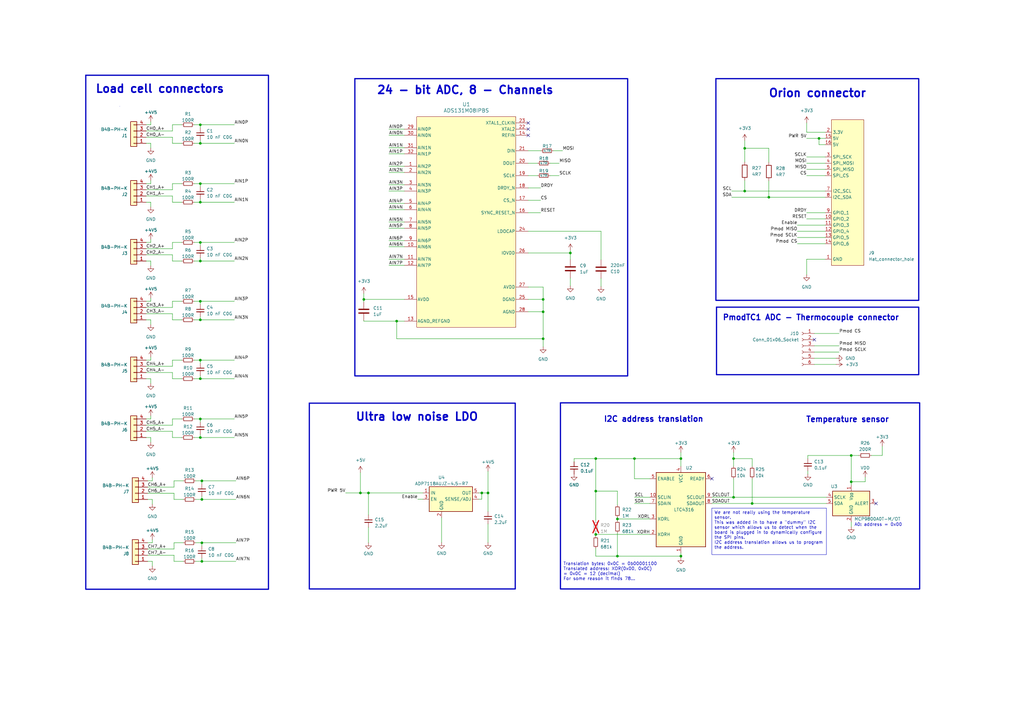
<source format=kicad_sch>
(kicad_sch (version 20230121) (generator eeschema)
  (paper "A3")
  (junction (at 349.123 186.817))
  (junction (at 315.341 80.899))
  (junction (at 82.169 51.181))
  (junction (at 147.828 202.184))
  (junction (at 149.225 122.809))
  (junction (at 300.863 188.087))
  (junction (at 200.152 202.184))
  (junction (at 197.612 202.184))
  (junction (at 300.863 203.962))
  (junction (at 222.758 127.889))
  (junction (at 222.758 122.809))
  (junction (at 82.169 155.321))
  (junction (at 244.348 201.422))
  (junction (at 308.483 206.502))
  (junction (at 82.804 204.851))
  (junction (at 244.348 188.087))
  (junction (at 82.169 82.931))
  (junction (at 279.273 188.087))
  (junction (at 82.804 197.231))
  (junction (at 335.915 56.769))
  (junction (at 260.223 188.087))
  (junction (at 82.169 107.061))
  (junction (at 82.169 179.451))
  (junction (at 151.13 202.184))
  (junction (at 82.804 230.251))
  (junction (at 253.238 212.852))
  (junction (at 233.934 103.759))
  (junction (at 305.435 60.833))
  (junction (at 82.804 222.631))
  (junction (at 82.169 58.801))
  (junction (at 82.169 99.441))
  (junction (at 82.169 123.571))
  (junction (at 222.758 138.938))
  (junction (at 244.348 219.202))
  (junction (at 253.238 228.092))
  (junction (at 82.169 147.701))
  (junction (at 279.273 228.092))
  (junction (at 82.169 75.311))
  (junction (at 162.687 131.699))
  (junction (at 305.435 78.359))
  (junction (at 349.123 197.612))
  (junction (at 82.169 131.191))
  (junction (at 82.169 171.831))
  (no_connect (at 216.662 55.499))
  (no_connect (at 359.283 206.502))
  (no_connect (at 334.01 139.319))
  (no_connect (at 216.662 50.419))
  (no_connect (at 216.662 52.959))
  (no_connect (at 291.973 196.342))
  (wire (pts (xy 216.662 61.849) (xy 221.869 61.849)))
  (wire (pts (xy 70.739 126.111) (xy 59.944 126.111)))
  (wire (pts (xy 338.455 66.929) (xy 330.835 66.929)))
  (wire (pts (xy 159.512 78.359) (xy 165.862 78.359)))
  (wire (pts (xy 71.374 227.711) (xy 60.579 227.711)))
  (wire (pts (xy 222.758 138.938) (xy 222.758 127.889)))
  (wire (pts (xy 338.455 106.299) (xy 330.835 106.299)))
  (wire (pts (xy 200.152 193.294) (xy 200.152 202.184)))
  (wire (pts (xy 244.348 188.087) (xy 260.223 188.087)))
  (wire (pts (xy 70.739 128.651) (xy 59.944 128.651)))
  (wire (pts (xy 335.915 59.309) (xy 335.915 56.769)))
  (wire (pts (xy 147.828 202.184) (xy 147.828 193.802)))
  (wire (pts (xy 82.169 155.321) (xy 96.139 155.321)))
  (wire (pts (xy 331.343 186.817) (xy 331.343 188.087)))
  (wire (pts (xy 82.169 58.801) (xy 96.139 58.801)))
  (wire (pts (xy 61.849 99.441) (xy 59.944 99.441)))
  (wire (pts (xy 71.374 225.171) (xy 60.579 225.171)))
  (wire (pts (xy 260.223 196.342) (xy 266.573 196.342)))
  (wire (pts (xy 61.849 133.096) (xy 61.849 131.191)))
  (wire (pts (xy 342.9 146.939) (xy 334.01 146.939)))
  (wire (pts (xy 70.739 51.181) (xy 74.549 51.181)))
  (wire (pts (xy 344.17 136.779) (xy 334.01 136.779)))
  (wire (pts (xy 80.264 204.851) (xy 82.804 204.851)))
  (wire (pts (xy 222.758 142.24) (xy 222.758 138.938)))
  (wire (pts (xy 71.374 227.711) (xy 71.374 230.251)))
  (wire (pts (xy 70.739 126.111) (xy 70.739 123.571)))
  (wire (pts (xy 246.507 94.869) (xy 216.662 94.869)))
  (wire (pts (xy 305.435 57.658) (xy 305.435 60.833)))
  (wire (pts (xy 149.225 122.809) (xy 165.862 122.809)))
  (wire (pts (xy 61.849 74.041) (xy 61.849 75.311)))
  (wire (pts (xy 235.458 188.087) (xy 244.348 188.087)))
  (wire (pts (xy 338.455 64.389) (xy 330.835 64.389)))
  (wire (pts (xy 82.804 204.851) (xy 82.804 203.581)))
  (wire (pts (xy 82.169 179.451) (xy 82.169 178.181)))
  (wire (pts (xy 279.273 228.092) (xy 279.273 226.822)))
  (wire (pts (xy 197.612 202.184) (xy 200.152 202.184)))
  (wire (pts (xy 61.849 157.226) (xy 61.849 155.321)))
  (wire (pts (xy 233.934 102.616) (xy 233.934 103.759)))
  (wire (pts (xy 82.804 197.231) (xy 80.264 197.231)))
  (wire (pts (xy 338.963 206.502) (xy 308.483 206.502)))
  (wire (pts (xy 70.739 174.371) (xy 70.739 171.831)))
  (wire (pts (xy 70.739 99.441) (xy 74.549 99.441)))
  (wire (pts (xy 315.341 66.548) (xy 315.341 60.833)))
  (wire (pts (xy 82.804 222.631) (xy 80.264 222.631)))
  (wire (pts (xy 82.169 100.711) (xy 82.169 99.441)))
  (wire (pts (xy 82.804 197.231) (xy 96.774 197.231)))
  (wire (pts (xy 338.455 54.229) (xy 330.835 54.229)))
  (wire (pts (xy 82.169 75.311) (xy 96.139 75.311)))
  (wire (pts (xy 61.849 82.931) (xy 59.944 82.931)))
  (wire (pts (xy 82.169 148.971) (xy 82.169 147.701)))
  (wire (pts (xy 244.348 188.087) (xy 244.348 201.422)))
  (wire (pts (xy 79.629 179.451) (xy 82.169 179.451)))
  (wire (pts (xy 71.374 202.311) (xy 71.374 204.851)))
  (wire (pts (xy 82.169 124.841) (xy 82.169 123.571)))
  (wire (pts (xy 70.739 107.061) (xy 74.549 107.061)))
  (wire (pts (xy 197.612 204.724) (xy 197.612 202.184)))
  (wire (pts (xy 62.484 221.361) (xy 62.484 222.631)))
  (wire (pts (xy 260.223 188.087) (xy 279.273 188.087)))
  (wire (pts (xy 226.949 61.849) (xy 230.759 61.849)))
  (wire (pts (xy 305.435 78.359) (xy 338.455 78.359)))
  (wire (pts (xy 344.17 144.399) (xy 334.01 144.399)))
  (wire (pts (xy 82.804 222.631) (xy 96.774 222.631)))
  (wire (pts (xy 200.152 214.884) (xy 200.152 222.504)))
  (wire (pts (xy 253.238 212.852) (xy 253.238 213.487)))
  (wire (pts (xy 82.169 171.831) (xy 96.139 171.831)))
  (wire (pts (xy 61.849 122.301) (xy 61.849 123.571)))
  (wire (pts (xy 70.739 176.911) (xy 70.739 179.451)))
  (wire (pts (xy 354.838 195.707) (xy 354.838 197.612)))
  (wire (pts (xy 216.662 117.729) (xy 222.758 117.729)))
  (wire (pts (xy 216.662 77.089) (xy 221.742 77.089)))
  (wire (pts (xy 305.435 74.041) (xy 305.435 78.359)))
  (wire (pts (xy 159.512 101.219) (xy 165.862 101.219)))
  (wire (pts (xy 305.435 60.833) (xy 305.435 66.421)))
  (wire (pts (xy 82.169 75.311) (xy 79.629 75.311)))
  (wire (pts (xy 82.804 223.901) (xy 82.804 222.631)))
  (wire (pts (xy 61.849 181.356) (xy 61.849 179.451)))
  (wire (pts (xy 253.238 212.852) (xy 266.573 212.852)))
  (wire (pts (xy 70.739 123.571) (xy 74.549 123.571)))
  (wire (pts (xy 71.374 197.231) (xy 75.184 197.231)))
  (wire (pts (xy 233.934 103.759) (xy 233.934 106.426)))
  (wire (pts (xy 244.348 213.487) (xy 244.348 201.422)))
  (wire (pts (xy 244.348 218.567) (xy 244.348 219.202)))
  (wire (pts (xy 327.025 99.949) (xy 338.455 99.949)))
  (wire (pts (xy 308.483 196.342) (xy 308.483 206.502)))
  (wire (pts (xy 331.343 186.817) (xy 349.123 186.817)))
  (wire (pts (xy 70.739 53.721) (xy 70.739 51.181)))
  (wire (pts (xy 260.223 203.962) (xy 266.573 203.962)))
  (wire (pts (xy 82.169 52.451) (xy 82.169 51.181)))
  (wire (pts (xy 344.17 141.859) (xy 334.01 141.859)))
  (wire (pts (xy 315.341 80.899) (xy 338.455 80.899)))
  (wire (pts (xy 225.552 72.009) (xy 229.362 72.009)))
  (wire (pts (xy 62.484 232.156) (xy 62.484 230.251)))
  (wire (pts (xy 82.169 58.801) (xy 82.169 57.531)))
  (wire (pts (xy 62.484 195.961) (xy 62.484 197.231)))
  (wire (pts (xy 300.863 188.087) (xy 300.863 185.547)))
  (wire (pts (xy 82.804 198.501) (xy 82.804 197.231)))
  (wire (pts (xy 82.169 76.581) (xy 82.169 75.311)))
  (wire (pts (xy 200.152 202.184) (xy 200.152 209.804)))
  (wire (pts (xy 159.512 52.959) (xy 165.862 52.959)))
  (wire (pts (xy 260.223 188.087) (xy 260.223 196.342)))
  (wire (pts (xy 70.739 155.321) (xy 74.549 155.321)))
  (wire (pts (xy 61.849 179.451) (xy 59.944 179.451)))
  (wire (pts (xy 82.169 99.441) (xy 79.629 99.441)))
  (wire (pts (xy 291.973 203.962) (xy 300.863 203.962)))
  (wire (pts (xy 253.238 228.092) (xy 244.348 228.092)))
  (wire (pts (xy 71.374 202.311) (xy 60.579 202.311)))
  (wire (pts (xy 79.629 107.061) (xy 82.169 107.061)))
  (wire (pts (xy 82.169 155.321) (xy 82.169 154.051)))
  (wire (pts (xy 246.507 94.869) (xy 246.507 106.553)))
  (wire (pts (xy 61.849 75.311) (xy 59.944 75.311)))
  (wire (pts (xy 70.739 80.391) (xy 59.944 80.391)))
  (wire (pts (xy 327.025 94.869) (xy 338.455 94.869)))
  (wire (pts (xy 354.838 197.612) (xy 349.123 197.612)))
  (wire (pts (xy 162.687 131.699) (xy 162.687 138.938)))
  (wire (pts (xy 181.102 212.344) (xy 181.102 222.504)))
  (wire (pts (xy 253.238 212.217) (xy 253.238 212.852)))
  (wire (pts (xy 196.342 204.724) (xy 197.612 204.724)))
  (wire (pts (xy 315.341 74.168) (xy 315.341 80.899)))
  (wire (pts (xy 82.169 107.061) (xy 96.139 107.061)))
  (wire (pts (xy 222.758 117.729) (xy 222.758 122.809)))
  (wire (pts (xy 70.739 77.851) (xy 70.739 75.311)))
  (wire (pts (xy 82.169 123.571) (xy 96.139 123.571)))
  (wire (pts (xy 70.739 150.241) (xy 59.944 150.241)))
  (wire (pts (xy 70.739 75.311) (xy 74.549 75.311)))
  (wire (pts (xy 330.835 106.299) (xy 330.835 112.649)))
  (wire (pts (xy 82.169 51.181) (xy 96.139 51.181)))
  (wire (pts (xy 327.025 97.409) (xy 338.455 97.409)))
  (wire (pts (xy 61.849 84.836) (xy 61.849 82.931)))
  (wire (pts (xy 70.739 104.521) (xy 70.739 107.061)))
  (wire (pts (xy 70.739 82.931) (xy 74.549 82.931)))
  (wire (pts (xy 244.348 219.202) (xy 266.573 219.202)))
  (wire (pts (xy 70.739 80.391) (xy 70.739 82.931)))
  (wire (pts (xy 61.849 108.966) (xy 61.849 107.061)))
  (wire (pts (xy 233.934 114.046) (xy 233.934 117.221)))
  (wire (pts (xy 82.169 82.931) (xy 96.139 82.931)))
  (wire (pts (xy 159.512 83.439) (xy 165.862 83.439)))
  (wire (pts (xy 141.732 202.184) (xy 147.828 202.184)))
  (wire (pts (xy 253.238 228.092) (xy 279.273 228.092)))
  (wire (pts (xy 349.123 216.027) (xy 349.123 214.122)))
  (wire (pts (xy 315.341 60.833) (xy 305.435 60.833)))
  (wire (pts (xy 82.169 123.571) (xy 79.629 123.571)))
  (wire (pts (xy 79.629 155.321) (xy 82.169 155.321)))
  (wire (pts (xy 159.512 85.979) (xy 165.862 85.979)))
  (wire (pts (xy 338.455 69.469) (xy 330.835 69.469)))
  (wire (pts (xy 61.849 146.431) (xy 61.849 147.701)))
  (wire (pts (xy 330.835 56.769) (xy 335.915 56.769)))
  (wire (pts (xy 331.343 194.437) (xy 331.343 193.167)))
  (wire (pts (xy 79.629 82.931) (xy 82.169 82.931)))
  (wire (pts (xy 149.225 131.699) (xy 162.687 131.699)))
  (wire (pts (xy 338.963 203.962) (xy 300.863 203.962)))
  (wire (pts (xy 62.484 222.631) (xy 60.579 222.631)))
  (wire (pts (xy 82.804 230.251) (xy 96.774 230.251)))
  (wire (pts (xy 361.823 186.817) (xy 357.378 186.817)))
  (wire (pts (xy 159.512 106.299) (xy 165.862 106.299)))
  (wire (pts (xy 82.169 99.441) (xy 96.139 99.441)))
  (wire (pts (xy 244.348 219.202) (xy 244.348 219.837)))
  (wire (pts (xy 173.482 204.724) (xy 171.323 204.724)))
  (wire (pts (xy 70.739 104.521) (xy 59.944 104.521)))
  (wire (pts (xy 300.101 78.359) (xy 305.435 78.359)))
  (wire (pts (xy 159.512 60.579) (xy 165.862 60.579)))
  (wire (pts (xy 62.484 206.756) (xy 62.484 204.851)))
  (wire (pts (xy 253.238 218.567) (xy 253.238 228.092)))
  (wire (pts (xy 70.739 128.651) (xy 70.739 131.191)))
  (wire (pts (xy 349.123 197.612) (xy 349.123 198.882)))
  (wire (pts (xy 70.739 101.981) (xy 59.944 101.981)))
  (wire (pts (xy 82.169 147.701) (xy 79.629 147.701)))
  (wire (pts (xy 61.849 131.191) (xy 59.944 131.191)))
  (wire (pts (xy 159.512 68.199) (xy 165.862 68.199)))
  (wire (pts (xy 159.512 55.499) (xy 165.862 55.499)))
  (wire (pts (xy 338.455 89.789) (xy 330.835 89.789)))
  (wire (pts (xy 61.849 171.831) (xy 59.944 171.831)))
  (wire (pts (xy 70.739 179.451) (xy 74.549 179.451)))
  (wire (pts (xy 159.512 91.059) (xy 165.862 91.059)))
  (wire (pts (xy 159.512 108.839) (xy 165.862 108.839)))
  (wire (pts (xy 335.915 56.769) (xy 338.455 56.769)))
  (wire (pts (xy 361.823 183.007) (xy 361.823 186.817)))
  (wire (pts (xy 244.348 201.422) (xy 253.238 201.422)))
  (wire (pts (xy 159.512 93.599) (xy 165.862 93.599)))
  (wire (pts (xy 82.169 107.061) (xy 82.169 105.791)))
  (wire (pts (xy 79.629 131.191) (xy 82.169 131.191)))
  (wire (pts (xy 71.374 204.851) (xy 75.184 204.851)))
  (wire (pts (xy 82.169 51.181) (xy 79.629 51.181)))
  (wire (pts (xy 330.835 54.229) (xy 330.835 50.419)))
  (wire (pts (xy 327.025 92.329) (xy 338.455 92.329)))
  (wire (pts (xy 162.687 138.938) (xy 222.758 138.938)))
  (wire (pts (xy 159.512 98.679) (xy 165.862 98.679)))
  (wire (pts (xy 225.552 66.929) (xy 229.362 66.929)))
  (wire (pts (xy 61.849 49.911) (xy 61.849 51.181)))
  (wire (pts (xy 61.849 98.171) (xy 61.849 99.441)))
  (wire (pts (xy 151.13 216.281) (xy 151.13 222.631)))
  (wire (pts (xy 342.9 149.479) (xy 334.01 149.479)))
  (wire (pts (xy 70.739 77.851) (xy 59.944 77.851)))
  (wire (pts (xy 291.973 206.502) (xy 308.483 206.502)))
  (wire (pts (xy 82.169 131.191) (xy 96.139 131.191)))
  (wire (pts (xy 159.512 70.739) (xy 165.862 70.739)))
  (wire (pts (xy 216.662 72.009) (xy 220.472 72.009)))
  (wire (pts (xy 222.758 127.889) (xy 216.662 127.889)))
  (wire (pts (xy 82.169 131.191) (xy 82.169 129.921)))
  (wire (pts (xy 300.863 188.087) (xy 300.863 191.262)))
  (wire (pts (xy 338.455 87.249) (xy 330.835 87.249)))
  (wire (pts (xy 62.484 204.851) (xy 60.579 204.851)))
  (wire (pts (xy 235.458 188.087) (xy 235.458 189.357)))
  (wire (pts (xy 246.507 114.173) (xy 246.507 117.475)))
  (wire (pts (xy 62.484 197.231) (xy 60.579 197.231)))
  (wire (pts (xy 70.739 101.981) (xy 70.739 99.441)))
  (wire (pts (xy 70.739 174.371) (xy 59.944 174.371)))
  (wire (pts (xy 82.804 230.251) (xy 82.804 228.981)))
  (wire (pts (xy 260.223 206.502) (xy 266.573 206.502)))
  (wire (pts (xy 70.739 176.911) (xy 59.944 176.911)))
  (wire (pts (xy 300.101 80.899) (xy 315.341 80.899)))
  (wire (pts (xy 82.804 204.851) (xy 96.774 204.851)))
  (wire (pts (xy 149.225 131.445) (xy 149.225 131.699)))
  (wire (pts (xy 279.273 188.087) (xy 279.273 191.262)))
  (wire (pts (xy 216.662 66.929) (xy 220.472 66.929)))
  (wire (pts (xy 196.342 202.184) (xy 197.612 202.184)))
  (wire (pts (xy 61.849 147.701) (xy 59.944 147.701)))
  (wire (pts (xy 71.374 199.771) (xy 71.374 197.231)))
  (wire (pts (xy 300.863 188.087) (xy 308.483 188.087)))
  (wire (pts (xy 61.849 60.706) (xy 61.849 58.801)))
  (wire (pts (xy 82.169 171.831) (xy 79.629 171.831)))
  (wire (pts (xy 80.264 230.251) (xy 82.804 230.251)))
  (wire (pts (xy 82.169 173.101) (xy 82.169 171.831)))
  (wire (pts (xy 70.739 171.831) (xy 74.549 171.831)))
  (wire (pts (xy 216.662 103.759) (xy 233.934 103.759)))
  (wire (pts (xy 79.629 58.801) (xy 82.169 58.801)))
  (wire (pts (xy 216.662 87.249) (xy 221.742 87.249)))
  (wire (pts (xy 149.225 120.396) (xy 149.225 122.809)))
  (wire (pts (xy 61.849 107.061) (xy 59.944 107.061)))
  (wire (pts (xy 159.512 75.819) (xy 165.862 75.819)))
  (wire (pts (xy 222.758 122.809) (xy 216.662 122.809)))
  (wire (pts (xy 70.739 152.781) (xy 70.739 155.321)))
  (wire (pts (xy 61.849 170.561) (xy 61.849 171.831)))
  (wire (pts (xy 222.758 127.889) (xy 222.758 122.809)))
  (wire (pts (xy 70.739 150.241) (xy 70.739 147.701)))
  (wire (pts (xy 349.123 186.817) (xy 349.123 197.612)))
  (wire (pts (xy 216.662 82.169) (xy 221.742 82.169)))
  (wire (pts (xy 279.273 228.727) (xy 279.273 228.092)))
  (wire (pts (xy 71.374 222.631) (xy 75.184 222.631)))
  (wire (pts (xy 70.739 152.781) (xy 59.944 152.781)))
  (wire (pts (xy 159.512 63.119) (xy 165.862 63.119)))
  (wire (pts (xy 82.169 179.451) (xy 96.139 179.451)))
  (wire (pts (xy 62.484 230.251) (xy 60.579 230.251)))
  (wire (pts (xy 82.169 82.931) (xy 82.169 81.661)))
  (wire (pts (xy 71.374 225.171) (xy 71.374 222.631)))
  (wire (pts (xy 82.169 147.701) (xy 96.139 147.701)))
  (wire (pts (xy 70.739 56.261) (xy 59.944 56.261)))
  (wire (pts (xy 349.123 186.817) (xy 352.298 186.817)))
  (wire (pts (xy 61.849 123.571) (xy 59.944 123.571)))
  (wire (pts (xy 300.863 196.342) (xy 300.863 203.962)))
  (wire (pts (xy 308.483 188.087) (xy 308.483 191.262)))
  (wire (pts (xy 70.739 131.191) (xy 74.549 131.191)))
  (wire (pts (xy 61.849 58.801) (xy 59.944 58.801)))
  (wire (pts (xy 338.455 59.309) (xy 335.915 59.309)))
  (wire (pts (xy 338.455 72.009) (xy 330.835 72.009)))
  (wire (pts (xy 70.739 147.701) (xy 74.549 147.701)))
  (wire (pts (xy 61.849 51.181) (xy 59.944 51.181)))
  (wire (pts (xy 70.739 53.721) (xy 59.944 53.721)))
  (wire (pts (xy 70.739 58.801) (xy 74.549 58.801)))
  (wire (pts (xy 70.739 56.261) (xy 70.739 58.801)))
  (wire (pts (xy 151.13 202.184) (xy 173.482 202.184)))
  (wire (pts (xy 61.849 155.321) (xy 59.944 155.321)))
  (wire (pts (xy 147.828 202.184) (xy 151.13 202.184)))
  (wire (pts (xy 253.238 207.137) (xy 253.238 201.422)))
  (wire (pts (xy 162.687 131.699) (xy 165.862 131.699)))
  (wire (pts (xy 279.273 185.547) (xy 279.273 188.087)))
  (wire (pts (xy 149.225 122.809) (xy 149.225 123.825)))
  (wire (pts (xy 151.13 202.184) (xy 151.13 211.201)))
  (wire (pts (xy 244.348 228.092) (xy 244.348 224.917)))
  (wire (pts (xy 71.374 199.771) (xy 60.579 199.771)))
  (wire (pts (xy 71.374 230.251) (xy 75.184 230.251)))
  (rectangle (start 145.542 32.258) (end 257.429 154.178) (stroke (width 0.5)))
  (rectangle (start 293.878 125.984) (end 376.809 153.67) (stroke (width 0.5)))
  (rectangle (start 35.179 30.861) (end 110.109 241.681) (stroke (width 0.5)))
  (rectangle (start 229.87 165.227) (end 377.19 241.554) (stroke (width 0.5)))
  (rectangle (start 293.624 32.258) (end 376.809 123.19) (stroke (width 0.5)))
  (rectangle (start 49.149 43.561) (end 49.149 43.561))
  (rectangle (start 126.873 165.354) (end 211.328 241.554) (stroke (width 0.5)))
  (text_box "We are not really using the temperature sensor.\nThis was added in to have a \"dummy\" I2C sensor which allows us to detect when the board is plugged in to dynamically configure the SPI pins.\nI2C address translation allows us to program the address." (at 291.973 208.407 0) (size 46.99 19.05) (effects (font (size 1.27 1.27)) (justify left top)))
  (text "Load cell connectors" (at 38.989 38.481 0) (effects (font (size 3.27 3.27) (thickness 0.654) bold) (justify left bottom)))
  (text "Translation bytes: 0x0C = 0b00001100\nTranslated address: XOR(0x00, 0x0C) \n= 0x0C = 12 (decimal)\nFor some reason it finds 78..." (at 231.013 238.252 0) (effects (font (size 1.27 1.27)) (justify left bottom)))
  (text "Temperature sensor" (at 330.454 173.482 0) (effects (font (size 2.27 2.27) bold) (justify left bottom)))
  (text "24 - bit ADC, 8 - Channels" (at 154.432 38.989 0) (effects (font (size 3.27 3.27) (thickness 0.654) bold) (justify left bottom)))
  (text "A0: address = 0x00" (at 350.393 216.027 0) (effects (font (size 1.27 1.27)) (justify left bottom)))
  (text "I2C address translation" (at 247.523 173.355 0) (effects (font (size 2.27 2.27) bold) (justify left bottom)))
  (text "PmodTC1 ADC - Thermocouple connector" (at 296.291 131.699 0) (effects (font (size 2.27 2.27) bold) (justify left bottom)))
  (text "Ultra low noise LDO\n" (at 145.669 172.974 0) (effects (font (size 3.27 3.27) bold) (justify left bottom)))
  (text "Orion connector" (at 315.087 40.259 0) (effects (font (size 3.27 3.27) bold) (justify left bottom)))
  (label "CH4_A+" (at 59.944 150.241 0))
  (label "AIN1N" (at 159.512 60.579 0))
  (label "MOSI" (at 330.835 66.929 180))
  (label "CH6_A-" (at 60.579 202.311 0))
  (label "CH0_A+" (at 59.944 53.721 0))
  (label "CH6_A+" (at 60.579 199.771 0))
  (label "RESET" (at 221.742 87.249 0))
  (label "SCLK" (at 229.362 72.009 0))
  (label "SCLOUT" (at 291.973 203.962 0))
  (label "Pmod CS" (at 327.025 99.949 180))
  (label "CH5_A-" (at 59.944 176.911 0))
  (label "AIN2N" (at 159.512 70.739 0))
  (label "AIN5P" (at 159.512 93.599 0))
  (label "AIN6P" (at 96.774 197.231 0))
  (label "AIN4P" (at 159.512 83.439 0))
  (label "PWR 5V" (at 141.732 202.184 180))
  (label "CH0_A-" (at 59.944 56.261 0))
  (label "AIN6N" (at 96.774 204.851 0))
  (label "CH5_A+" (at 59.944 174.371 0))
  (label "AIN1P" (at 96.139 75.311 0))
  (label "AIN2P" (at 96.139 99.441 0))
  (label "AIN3P" (at 159.512 78.359 0))
  (label "SDAOUT" (at 291.973 206.502 0))
  (label "DRDY" (at 330.835 87.249 180))
  (label "AIN7N" (at 96.774 230.251 0))
  (label "AIN5P" (at 96.139 171.831 0))
  (label "XORL" (at 266.573 212.852 180))
  (label "MOSI" (at 230.759 61.849 0))
  (label "AIN4N" (at 96.139 155.321 0))
  (label "AIN1P" (at 159.512 63.119 0))
  (label "Pmod MISO" (at 327.025 94.869 180))
  (label "CH3_A+" (at 59.944 126.111 0))
  (label "CH1_A+" (at 59.944 77.851 0))
  (label "CH7_A-" (at 60.579 227.711 0))
  (label "AIN7P" (at 96.774 222.631 0))
  (label "AIN2N" (at 96.139 107.061 0))
  (label "SDA" (at 300.101 80.899 180))
  (label "SCL" (at 300.101 78.359 180))
  (label "SCL" (at 260.223 203.962 0))
  (label "DRDY" (at 221.742 77.089 0))
  (label "AIN7P" (at 159.512 108.839 0))
  (label "AIN0P" (at 159.512 52.959 0))
  (label "SDA" (at 260.223 206.502 0))
  (label "AIN3N" (at 159.512 75.819 0))
  (label "AIN2P" (at 159.512 68.199 0))
  (label "AIN0N" (at 159.512 55.499 0))
  (label "CH3_A-" (at 59.944 128.651 0))
  (label "Pmod SCLK" (at 344.17 144.399 0))
  (label "AIN4N" (at 159.512 85.979 0))
  (label "Enable" (at 171.323 204.724 180))
  (label "AIN0N" (at 96.139 58.801 0))
  (label "PWR 5V" (at 330.835 56.769 180))
  (label "CH1_A-" (at 59.944 80.391 0))
  (label "RESET" (at 330.835 89.789 180))
  (label "AIN5N" (at 96.139 179.451 0))
  (label "SCLK" (at 330.835 64.389 180))
  (label "AIN4P" (at 96.139 147.701 0))
  (label "Pmod SCLK" (at 327.025 97.409 180))
  (label "CH2_A-" (at 59.944 104.521 0))
  (label "CS" (at 221.742 82.169 0))
  (label "AIN5N" (at 159.512 91.059 0))
  (label "MISO" (at 229.362 66.929 0))
  (label "AIN3P" (at 96.139 123.571 0))
  (label "AIN7N" (at 159.512 106.299 0))
  (label "CH4_A-" (at 59.944 152.781 0))
  (label "AIN3N" (at 96.139 131.191 0))
  (label "XORH" (at 266.573 219.202 180))
  (label "CS" (at 330.835 72.009 180))
  (label "Pmod MISO" (at 344.17 141.859 0))
  (label "CH7_A+" (at 60.579 225.171 0))
  (label "AIN1N" (at 96.139 82.931 0))
  (label "AIN0P" (at 96.139 51.181 0))
  (label "CH2_A+" (at 59.944 101.981 0))
  (label "MISO" (at 330.835 69.469 180))
  (label "AIN6P" (at 159.512 98.679 0))
  (label "Pmod CS" (at 344.17 136.779 0))
  (label "AIN6N" (at 159.512 101.219 0))
  (label "Enable" (at 327.025 92.329 180))
  (symbol (lib_id "power:GND") (at 331.343 194.437 0) (mirror y) (unit 1)
    (property "Reference" "#PWR028" (effects hide))
    (property "Value" "GND" (at 331.343 198.882 0))
  )
  (symbol (lib_id "Device:R_Small") (at 253.238 216.027 0) (unit 1)
    (property "Reference" "R23" (at 255.143 215.392 0) (effects (justify left)))
    (property "Value" "681k" (at 255.143 217.932 0) (effects (justify left)))
    (property "Footprint" "Resistor_SMD:R_0603_1608Metric" (effects hide))
    (property "Datasheet" "https://www.yageo.com/upload/media/product/productsearch/datasheet/rchip/PYu-RC_Group_51_RoHS_L_12.pdf" (effects hide))
    (property "Digikey ref" "311-681KHRCT-ND" (effects hide))
    (property "Manufacturer ref" "RC0603FR-07681KL" (effects hide))
  )
  (symbol (lib_id "0_power_symbols:+4V5") (at 61.849 49.911 0) (unit 1) (in_bom no) (on_board no)
    (property "Reference" "#PWR01" (effects hide))
    (property "Value" "+4V5" (at 61.849 46.101 0))
  )
  (symbol (lib_id "power:GND") (at 330.835 112.649 0) (mirror y) (unit 1)
    (property "Reference" "#PWR021" (effects hide))
    (property "Value" "GND" (at 330.835 117.729 0))
  )
  (symbol (lib_id "Device:C_Small") (at 82.169 151.511 0) (unit 1)
    (property "Reference" "C5" (at 84.709 150.241 0) (effects (justify left)))
    (property "Value" "10 nF C0G" (at 84.7487 152.7873 0) (effects (justify left)))
    (property "Footprint" "Capacitor_SMD:C_0603_1608Metric" (effects hide))
    (property "Datasheet" "https://product.tdk.com/system/files/dam/doc/product/capacitor/ceramic/mlcc/catalog/mlcc_commercial_general_en.pdf" (effects hide))
    (property "Manufacturer ref" "C1608C0G1H103J080AA" (effects hide))
    (property "Digikey ref" "445-7404-1-ND" (effects hide))
  )
  (symbol (lib_id "Device:R_Small") (at 77.089 179.451 270) (mirror x) (unit 1)
    (property "Reference" "R12" (at 77.089 175.006 90))
    (property "Value" "100R" (at 77.089 177.546 90))
    (property "Footprint" "Resistor_SMD:R_0603_1608Metric" (effects hide))
    (property "Datasheet" "https://www.seielect.com/Catalog/SEI-RMCF_RMCP.pdf" (effects hide))
    (property "Digikey ref" "RMCF0603FT100RCT-ND" (effects hide))
    (property "Manufacturer ref" "RMCF0603FT100R" (effects hide))
  )
  (symbol (lib_id "power:GND") (at 61.849 181.356 0) (mirror y) (unit 1)
    (property "Reference" "#PWR012" (effects hide))
    (property "Value" "GND" (at 61.849 186.436 0))
  )
  (symbol (lib_id "0_power_symbols:+4V5") (at 61.849 122.301 0) (unit 1) (in_bom no) (on_board no)
    (property "Reference" "#PWR07" (effects hide))
    (property "Value" "+4V5" (at 61.849 118.491 0))
  )
  (symbol (lib_id "0_power_symbols:+4V5") (at 61.849 170.561 0) (unit 1) (in_bom no) (on_board no)
    (property "Reference" "#PWR011" (effects hide))
    (property "Value" "+4V5" (at 61.849 166.751 0))
  )
  (symbol (lib_id "power:GND") (at 279.273 228.727 0) (unit 1)
    (property "Reference" "#PWR026" (effects hide))
    (property "Value" "GND" (at 279.273 233.807 0))
  )
  (symbol (lib_id "Connector_Generic:Conn_01x04") (at 54.864 104.521 180) (unit 1)
    (property "Reference" "J3" (at 52.324 103.886 0) (effects (justify left)))
    (property "Value" "B4B-PH-K" (at 52.324 101.346 0) (effects (justify left)))
    (property "Footprint" "Connector_JST:JST_PH_B4B-PH-K_1x04_P2.00mm_Vertical" (effects hide))
    (property "Datasheet" "https://www.jst-mfg.com/product/pdf/eng/ePH.pdf" (effects hide))
    (property "Manufacturer ref" "B4B-PH-K" (effects hide))
    (property "Digikey ref" "455-B4B-PH-K-ND" (effects hide))
  )
  (symbol (lib_id "Device:R_Small") (at 77.089 171.831 270) (mirror x) (unit 1)
    (property "Reference" "R11" (at 77.089 167.386 90))
    (property "Value" "100R" (at 77.089 169.926 90))
    (property "Footprint" "Resistor_SMD:R_0603_1608Metric" (effects hide))
    (property "Datasheet" "https://www.seielect.com/Catalog/SEI-RMCF_RMCP.pdf" (effects hide))
    (property "Digikey ref" "RMCF0603FT100RCT-ND" (effects hide))
    (property "Manufacturer ref" "RMCF0603FT100R" (effects hide))
  )
  (symbol (lib_id "power:GND") (at 200.152 222.504 0) (mirror y) (unit 1)
    (property "Reference" "#PWR032" (effects hide))
    (property "Value" "GND" (at 200.152 226.949 0))
  )
  (symbol (lib_id "power:GND") (at 246.507 117.475 0) (unit 1)
    (property "Reference" "#PWR022" (effects hide))
    (property "Value" "GND" (at 246.507 122.555 0))
  )
  (symbol (lib_id "Connector_Generic:Conn_01x04") (at 54.864 176.911 180) (unit 1)
    (property "Reference" "J6" (at 52.324 176.276 0) (effects (justify left)))
    (property "Value" "B4B-PH-K" (at 52.324 173.736 0) (effects (justify left)))
    (property "Footprint" "Connector_JST:JST_PH_B4B-PH-K_1x04_P2.00mm_Vertical" (effects hide))
    (property "Datasheet" "https://www.jst-mfg.com/product/pdf/eng/ePH.pdf" (effects hide))
    (property "Manufacturer ref" "B4B-PH-K" (effects hide))
    (property "Digikey ref" "455-B4B-PH-K-ND" (effects hide))
  )
  (symbol (lib_id "Device:R_Small") (at 77.089 58.801 270) (mirror x) (unit 1)
    (property "Reference" "R2" (at 77.089 54.356 90))
    (property "Value" "100R" (at 77.089 56.896 90))
    (property "Footprint" "Resistor_SMD:R_0603_1608Metric" (effects hide))
    (property "Datasheet" "https://www.seielect.com/Catalog/SEI-RMCF_RMCP.pdf" (effects hide))
    (property "Digikey ref" "RMCF0603FT100RCT-ND" (effects hide))
    (property "Manufacturer ref" "RMCF0603FT100R" (effects hide))
  )
  (symbol (lib_id "Device:R_Small") (at 308.483 193.802 0) (unit 1)
    (property "Reference" "R25" (at 309.753 192.532 0) (effects (justify left)))
    (property "Value" "10k" (at 309.753 195.072 0) (effects (justify left)))
    (property "Footprint" "Resistor_SMD:R_0603_1608Metric" (effects hide))
    (property "Datasheet" "https://www.seielect.com/Catalog/SEI-RNCP.pdf" (effects hide))
    (property "Digikey ref" "RNCP0603FTD10K0CT-ND" (effects hide))
    (property "Manufacturer ref" "RNCP0603FTD10K0" (effects hide))
  )
  (symbol (lib_id "Device:C_Small") (at 200.152 212.344 0) (unit 1)
    (property "Reference" "C14" (at 202.692 211.7153 0) (effects (justify left)))
    (property "Value" "2.2uF" (at 202.692 214.2553 0) (effects (justify left)))
    (property "Footprint" "Capacitor_SMD:C_0603_1608Metric_Pad1.08x0.95mm_HandSolder" (effects hide))
    (property "Datasheet" "https://www.yuden.co.jp/productdata/catalog/mlcc06_e.pdf" (effects hide))
    (property "Digikey ref" "587-4320-1-ND" (effects hide))
    (property "Manufacturer ref" "UMK107BBJ225KA-T" (effects hide))
  )
  (symbol (lib_id "Device:R_Small") (at 77.724 197.231 270) (mirror x) (unit 1)
    (property "Reference" "R13" (at 77.724 192.786 90))
    (property "Value" "100R" (at 77.724 195.326 90))
    (property "Footprint" "Resistor_SMD:R_0603_1608Metric" (effects hide))
    (property "Datasheet" "https://www.seielect.com/Catalog/SEI-RMCF_RMCP.pdf" (effects hide))
    (property "Digikey ref" "RMCF0603FT100RCT-ND" (effects hide))
    (property "Manufacturer ref" "RMCF0603FT100R" (effects hide))
  )
  (symbol (lib_id "Device:R_Small") (at 223.012 66.929 90) (unit 1)
    (property "Reference" "R18" (at 223.012 65.024 90))
    (property "Value" "47R" (at 223.012 66.929 90) (effects (font (size 1.016 1.016))))
    (property "Footprint" "Resistor_SMD:R_0603_1608Metric" (effects hide))
    (property "Datasheet" "https://www.seielect.com/Catalog/SEI-RMCF_RMCP.pdf" (effects hide))
    (property "Digikey ref" "RMCF0603FT47R0CT-ND" (effects hide))
    (property "Manufacturer ref" "RMCF0603FT47R0" (effects hide))
  )
  (symbol (lib_id "Device:C_Small") (at 82.169 79.121 0) (unit 1)
    (property "Reference" "C2" (at 84.709 77.851 0) (effects (justify left)))
    (property "Value" "10 nF C0G" (at 84.7487 80.3973 0) (effects (justify left)))
    (property "Footprint" "Capacitor_SMD:C_0603_1608Metric" (effects hide))
    (property "Datasheet" "https://product.tdk.com/system/files/dam/doc/product/capacitor/ceramic/mlcc/catalog/mlcc_commercial_general_en.pdf" (effects hide))
    (property "Manufacturer ref" "C1608C0G1H103J080AA" (effects hide))
    (property "Digikey ref" "445-7404-1-ND" (effects hide))
  )
  (symbol (lib_id "power:+3V3") (at 342.9 149.479 270) (mirror x) (unit 1)
    (property "Reference" "#PWR037" (effects hide))
    (property "Value" "+3V3" (at 346.71 149.479 90) (effects (justify left)))
  )
  (symbol (lib_id "Device:R_Small") (at 354.838 186.817 90) (unit 1)
    (property "Reference" "R26" (at 354.838 181.737 90))
    (property "Value" "200R" (at 354.838 184.277 90))
    (property "Footprint" "Resistor_SMD:R_0603_1608Metric" (effects hide))
    (property "Datasheet" "https://fscdn.rohm.com/en/products/databook/datasheet/passive/resistor/chip_resistor/esr-e.pdf" (effects hide))
    (property "Digikey ref" "RHM200ADCT-ND" (effects hide))
    (property "Manufacturer ref" "ESR03EZPF2000" (effects hide))
  )
  (symbol (lib_id "0_regulator_linear:ADP7118AUJZ-4.5-R7") (at 181.102 204.724 0) (unit 1)
    (property "Reference" "U4" (at 181.102 195.834 0))
    (property "Value" "ADP7118AUJZ-4.5-R7" (at 181.102 198.374 0))
    (property "Footprint" "Package_TO_SOT_SMD:SOT-23-5" (effects hide))
    (property "Datasheet" "https://www.analog.com/media/en/technical-documentation/data-sheets/ADP7118.pdf" (effects hide))
    (property "Digikey ref" "505-ADP7118AUJZ-4.5-R7CT-ND" (effects hide))
    (property "Manufacturer ref" "ADP7118AUJZ-4.5-R7" (effects hide))
  )
  (symbol (lib_id "Device:R_Small") (at 77.089 155.321 270) (mirror x) (unit 1)
    (property "Reference" "R10" (at 77.089 150.876 90))
    (property "Value" "100R" (at 77.089 153.416 90))
    (property "Footprint" "Resistor_SMD:R_0603_1608Metric" (effects hide))
    (property "Datasheet" "https://www.seielect.com/Catalog/SEI-RMCF_RMCP.pdf" (effects hide))
    (property "Digikey ref" "RMCF0603FT100RCT-ND" (effects hide))
    (property "Manufacturer ref" "RMCF0603FT100R" (effects hide))
  )
  (symbol (lib_id "Device:C_Small") (at 82.804 201.041 0) (unit 1)
    (property "Reference" "C7" (at 85.344 199.771 0) (effects (justify left)))
    (property "Value" "10 nF C0G" (at 85.3837 202.3173 0) (effects (justify left)))
    (property "Footprint" "Capacitor_SMD:C_0603_1608Metric" (effects hide))
    (property "Datasheet" "https://product.tdk.com/system/files/dam/doc/product/capacitor/ceramic/mlcc/catalog/mlcc_commercial_general_en.pdf" (effects hide))
    (property "Manufacturer ref" "C1608C0G1H103J080AA" (effects hide))
    (property "Digikey ref" "445-7404-1-ND" (effects hide))
  )
  (symbol (lib_id "power:+3V3") (at 279.273 185.547 0) (mirror y) (unit 1)
    (property "Reference" "#PWR025" (effects hide))
    (property "Value" "+3V3" (at 279.273 181.737 0))
  )
  (symbol (lib_id "power:GND") (at 181.102 222.504 0) (mirror y) (unit 1)
    (property "Reference" "#PWR033" (effects hide))
    (property "Value" "GND" (at 181.102 226.949 0))
  )
  (symbol (lib_id "power:GND") (at 61.849 133.096 0) (mirror y) (unit 1)
    (property "Reference" "#PWR08" (effects hide))
    (property "Value" "GND" (at 61.849 138.176 0))
  )
  (symbol (lib_id "power:+3V3") (at 305.435 57.658 0) (mirror y) (unit 1)
    (property "Reference" "#PWR039" (effects hide))
    (property "Value" "+3V3" (at 305.435 52.578 0))
  )
  (symbol (lib_id "power:GND") (at 342.9 146.939 90) (mirror x) (unit 1)
    (property "Reference" "#PWR038" (effects hide))
    (property "Value" "GND" (at 346.71 146.939 90) (effects (justify right)))
  )
  (symbol (lib_id "Device:R_Small") (at 77.089 82.931 270) (mirror x) (unit 1)
    (property "Reference" "R4" (at 77.089 78.486 90))
    (property "Value" "100R" (at 77.089 81.026 90))
    (property "Footprint" "Resistor_SMD:R_0603_1608Metric" (effects hide))
    (property "Datasheet" "https://www.seielect.com/Catalog/SEI-RMCF_RMCP.pdf" (effects hide))
    (property "Digikey ref" "RMCF0603FT100RCT-ND" (effects hide))
    (property "Manufacturer ref" "RMCF0603FT100R" (effects hide))
  )
  (symbol (lib_id "Device:R_Small") (at 77.724 204.851 270) (mirror x) (unit 1)
    (property "Reference" "R14" (at 77.724 200.406 90))
    (property "Value" "100R" (at 77.724 202.946 90))
    (property "Footprint" "Resistor_SMD:R_0603_1608Metric" (effects hide))
    (property "Datasheet" "https://www.seielect.com/Catalog/SEI-RMCF_RMCP.pdf" (effects hide))
    (property "Digikey ref" "RMCF0603FT100RCT-ND" (effects hide))
    (property "Manufacturer ref" "RMCF0603FT100R" (effects hide))
  )
  (symbol (lib_id "Device:C_Small") (at 82.804 226.441 0) (unit 1)
    (property "Reference" "C8" (at 85.344 225.171 0) (effects (justify left)))
    (property "Value" "10 nF C0G" (at 85.3837 227.7173 0) (effects (justify left)))
    (property "Footprint" "Capacitor_SMD:C_0603_1608Metric" (effects hide))
    (property "Datasheet" "https://product.tdk.com/system/files/dam/doc/product/capacitor/ceramic/mlcc/catalog/mlcc_commercial_general_en.pdf" (effects hide))
    (property "Manufacturer ref" "C1608C0G1H103J080AA" (effects hide))
    (property "Digikey ref" "445-7404-1-ND" (effects hide))
  )
  (symbol (lib_id "Device:R_Small") (at 77.089 131.191 270) (mirror x) (unit 1)
    (property "Reference" "R8" (at 77.089 126.746 90))
    (property "Value" "100R" (at 77.089 129.286 90))
    (property "Footprint" "Resistor_SMD:R_0603_1608Metric" (effects hide))
    (property "Datasheet" "https://www.seielect.com/Catalog/SEI-RMCF_RMCP.pdf" (effects hide))
    (property "Digikey ref" "RMCF0603FT100RCT-ND" (effects hide))
    (property "Manufacturer ref" "RMCF0603FT100R" (effects hide))
  )
  (symbol (lib_id "Device:R_Small") (at 77.089 99.441 270) (mirror x) (unit 1)
    (property "Reference" "R5" (at 77.089 94.996 90))
    (property "Value" "100R" (at 77.089 97.536 90))
    (property "Footprint" "Resistor_SMD:R_0603_1608Metric" (effects hide))
    (property "Datasheet" "https://www.seielect.com/Catalog/SEI-RMCF_RMCP.pdf" (effects hide))
    (property "Digikey ref" "RMCF0603FT100RCT-ND" (effects hide))
    (property "Manufacturer ref" "RMCF0603FT100R" (effects hide))
  )
  (symbol (lib_id "0_power_symbols:+4V5") (at 61.849 146.431 0) (unit 1) (in_bom no) (on_board no)
    (property "Reference" "#PWR09" (effects hide))
    (property "Value" "+4V5" (at 61.849 142.621 0))
  )
  (symbol (lib_id "Device:C_Small") (at 331.343 190.627 0) (unit 1)
    (property "Reference" "C13" (at 333.883 189.357 0) (effects (justify left)))
    (property "Value" "0.1uF" (at 333.9227 191.9033 0) (effects (justify left)))
    (property "Footprint" "Capacitor_SMD:C_0603_1608Metric" (effects hide))
    (property "Datasheet" "https://www.mouser.ch/datasheet/2/40/KGM_X7R-3223212.pdf" (effects hide))
    (property "Manufacturer ref" "06035C104JAT2A" (effects hide))
    (property "Digikey ref" "478-KGM15BR71H104JTCT-ND" (effects hide))
  )
  (symbol (lib_id "Device:R_Small") (at 77.089 51.181 270) (mirror x) (unit 1)
    (property "Reference" "R1" (at 77.089 46.736 90))
    (property "Value" "100R" (at 77.089 49.276 90))
    (property "Footprint" "Resistor_SMD:R_0603_1608Metric" (effects hide))
    (property "Datasheet" "https://www.seielect.com/Catalog/SEI-RMCF_RMCP.pdf" (effects hide))
    (property "Digikey ref" "RMCF0603FT100RCT-ND" (effects hide))
    (property "Manufacturer ref" "RMCF0603FT100R" (effects hide))
  )
  (symbol (lib_id "power:GND") (at 62.484 232.156 0) (mirror y) (unit 1)
    (property "Reference" "#PWR016" (effects hide))
    (property "Value" "GND" (at 62.484 237.236 0))
  )
  (symbol (lib_id "Connector:Conn_01x06_Socket") (at 328.93 141.859 0) (mirror y) (unit 1)
    (property "Reference" "J10" (at 327.66 136.779 0) (effects (justify left)))
    (property "Value" "Conn_01x06_Socket" (at 327.66 139.319 0) (effects (justify left)))
    (property "Datasheet" "https://mm.digikey.com/Volume0/opasdata/d220001/medias/docus/937/Female_Headers.100_DS.pdf" (effects hide))
  )
  (symbol (lib_id "Device:R_Small") (at 244.348 216.027 0) (unit 1) (dnp yes)
    (property "Reference" "R20" (at 246.253 215.392 0) (effects (justify left)))
    (property "Value" "1M" (at 246.253 217.932 0) (effects (justify left)))
    (property "Footprint" "Resistor_SMD:R_0603_1608Metric" (effects hide))
    (property "Datasheet" "https://www.te.com/usa-en/product-1622877-1.datasheet.pdf" (effects hide))
    (property "Digikey ref" "A121559CT-ND" (effects hide))
    (property "Manufacturer ref" "CRG0603F1M0" (effects hide))
  )
  (symbol (lib_id "Device:C") (at 246.507 110.363 0) (unit 1)
    (property "Reference" "C10" (at 250.317 111.379 0) (effects (justify left)))
    (property "Value" "220nF" (at 250.317 108.839 0) (effects (justify left)))
  )
  (symbol (lib_id "Device:R") (at 305.435 70.231 0) (unit 1)
    (property "Reference" "R27" (at 308.356 68.961 0) (effects (justify left)))
    (property "Value" "4R7" (at 308.356 71.501 0) (effects (justify left)))
  )
  (symbol (lib_id "Connector_Generic:Conn_01x04") (at 54.864 128.651 180) (unit 1)
    (property "Reference" "J4" (at 52.324 128.016 0) (effects (justify left)))
    (property "Value" "B4B-PH-K" (at 52.324 125.476 0) (effects (justify left)))
    (property "Footprint" "Connector_JST:JST_PH_B4B-PH-K_1x04_P2.00mm_Vertical" (effects hide))
    (property "Datasheet" "https://www.jst-mfg.com/product/pdf/eng/ePH.pdf" (effects hide))
    (property "Manufacturer ref" "B4B-PH-K" (effects hide))
    (property "Digikey ref" "455-B4B-PH-K-ND" (effects hide))
  )
  (symbol (lib_id "power:+3V3") (at 149.225 120.396 0) (unit 1)
    (property "Reference" "#PWR019" (effects hide))
    (property "Value" "+3V3" (at 149.225 115.316 0))
  )
  (symbol (lib_id "power:+3V3") (at 300.863 185.547 0) (unit 1)
    (property "Reference" "#PWR027" (effects hide))
    (property "Value" "+3V3" (at 300.863 181.737 0))
  )
  (symbol (lib_id "power:GND") (at 61.849 60.706 0) (mirror y) (unit 1)
    (property "Reference" "#PWR02" (effects hide))
    (property "Value" "GND" (at 61.849 65.786 0))
  )
  (symbol (lib_id "power:GND") (at 61.849 157.226 0) (mirror y) (unit 1)
    (property "Reference" "#PWR010" (effects hide))
    (property "Value" "GND" (at 61.849 162.306 0))
  )
  (symbol (lib_id "Device:R_Small") (at 244.348 222.377 0) (unit 1)
    (property "Reference" "R21" (at 246.253 221.742 0) (effects (justify left)))
    (property "Value" "681k" (at 246.253 224.282 0) (effects (justify left)))
    (property "Footprint" "Resistor_SMD:R_0603_1608Metric" (effects hide))
    (property "Datasheet" "https://www.yageo.com/upload/media/product/productsearch/datasheet/rchip/PYu-RC_Group_51_RoHS_L_12.pdf" (effects hide))
    (property "Digikey ref" "311-681KHRCT-ND" (effects hide))
    (property "Manufacturer ref" "RC0603FR-07681KL" (effects hide))
  )
  (symbol (lib_id "power:GND") (at 233.934 117.221 0) (unit 1)
    (property "Reference" "#PWR023" (effects hide))
    (property "Value" "GND" (at 233.934 122.301 0))
  )
  (symbol (lib_id "power:GND") (at 235.458 194.437 0) (mirror y) (unit 1)
    (property "Reference" "#PWR024" (effects hide))
    (property "Value" "GND" (at 235.458 198.882 0))
  )
  (symbol (lib_id "Device:R_Small") (at 77.089 75.311 270) (mirror x) (unit 1)
    (property "Reference" "R3" (at 77.089 70.866 90))
    (property "Value" "100R" (at 77.089 73.406 90))
    (property "Footprint" "Resistor_SMD:R_0603_1608Metric" (effects hide))
    (property "Datasheet" "https://www.seielect.com/Catalog/SEI-RMCF_RMCP.pdf" (effects hide))
    (property "Digikey ref" "RMCF0603FT100RCT-ND" (effects hide))
    (property "Manufacturer ref" "RMCF0603FT100R" (effects hide))
  )
  (symbol (lib_id "Device:R_Small") (at 77.724 222.631 270) (mirror x) (unit 1)
    (property "Reference" "R15" (at 77.724 218.186 90))
    (property "Value" "100R" (at 77.724 220.726 90))
    (property "Footprint" "Resistor_SMD:R_0603_1608Metric" (effects hide))
    (property "Datasheet" "https://www.seielect.com/Catalog/SEI-RMCF_RMCP.pdf" (effects hide))
    (property "Digikey ref" "RMCF0603FT100RCT-ND" (effects hide))
    (property "Manufacturer ref" "RMCF0603FT100R" (effects hide))
  )
  (symbol (lib_id "Device:R_Small") (at 77.089 147.701 270) (mirror x) (unit 1)
    (property "Reference" "R9" (at 77.089 143.256 90))
    (property "Value" "100R" (at 77.089 145.796 90))
    (property "Footprint" "Resistor_SMD:R_0603_1608Metric" (effects hide))
    (property "Datasheet" "https://www.seielect.com/Catalog/SEI-RMCF_RMCP.pdf" (effects hide))
    (property "Digikey ref" "RMCF0603FT100RCT-ND" (effects hide))
    (property "Manufacturer ref" "RMCF0603FT100R" (effects hide))
  )
  (symbol (lib_id "0_power_symbols:+4V5") (at 200.152 193.294 0) (unit 1) (in_bom no) (on_board no)
    (property "Reference" "#PWR035" (effects hide))
    (property "Value" "+4V5" (at 200.152 189.484 0))
  )
  (symbol (lib_id "Device:R_Small") (at 300.863 193.802 0) (unit 1)
    (property "Reference" "R24" (at 302.133 192.532 0) (effects (justify left)))
    (property "Value" "10k" (at 302.133 195.072 0) (effects (justify left)))
    (property "Footprint" "Resistor_SMD:R_0603_1608Metric" (effects hide))
    (property "Datasheet" "https://www.seielect.com/Catalog/SEI-RNCP.pdf" (effects hide))
    (property "Digikey ref" "RNCP0603FTD10K0CT-ND" (effects hide))
    (property "Manufacturer ref" "RNCP0603FTD10K0" (effects hide))
  )
  (symbol (lib_id "0_power_symbols:+4V5") (at 61.849 98.171 0) (unit 1) (in_bom no) (on_board no)
    (property "Reference" "#PWR05" (effects hide))
    (property "Value" "+4V5" (at 61.849 94.361 0))
  )
  (symbol (lib_id "power:GND") (at 151.13 222.631 0) (mirror y) (unit 1)
    (property "Reference" "#PWR034" (effects hide))
    (property "Value" "GND" (at 151.13 227.076 0))
  )
  (symbol (lib_id "power:GND") (at 61.849 108.966 0) (mirror y) (unit 1)
    (property "Reference" "#PWR06" (effects hide))
    (property "Value" "GND" (at 61.849 114.046 0))
  )
  (symbol (lib_id "Device:C_Small") (at 82.169 175.641 0) (unit 1)
    (property "Reference" "C6" (at 84.709 174.371 0) (effects (justify left)))
    (property "Value" "10 nF C0G" (at 84.7487 176.9173 0) (effects (justify left)))
    (property "Footprint" "Capacitor_SMD:C_0603_1608Metric" (effects hide))
    (property "Datasheet" "https://product.tdk.com/system/files/dam/doc/product/capacitor/ceramic/mlcc/catalog/mlcc_commercial_general_en.pdf" (effects hide))
    (property "Manufacturer ref" "C1608C0G1H103J080AA" (effects hide))
    (property "Digikey ref" "445-7404-1-ND" (effects hide))
  )
  (symbol (lib_id "0_connectors:Hat_connector_hole") (at 347.345 83.439 0) (unit 1) (in_bom no)
    (property "Reference" "J9" (at 356.235 103.759 0) (effects (justify left)))
    (property "Value" "Hat_connector_hole" (at 356.235 106.299 0) (effects (justify left)))
    (property "Footprint" "0_connectors:Hat_connector_hole" (effects hide))
  )
  (symbol (lib_id "Device:C_Small") (at 82.169 103.251 0) (unit 1)
    (property "Reference" "C3" (at 84.709 101.981 0) (effects (justify left)))
    (property "Value" "10 nF C0G" (at 84.7487 104.5273 0) (effects (justify left)))
    (property "Footprint" "Capacitor_SMD:C_0603_1608Metric" (effects hide))
    (property "Datasheet" "https://product.tdk.com/system/files/dam/doc/product/capacitor/ceramic/mlcc/catalog/mlcc_commercial_general_en.pdf" (effects hide))
    (property "Manufacturer ref" "C1608C0G1H103J080AA" (effects hide))
    (property "Digikey ref" "445-7404-1-ND" (effects hide))
  )
  (symbol (lib_id "Device:R_Small") (at 77.089 123.571 270) (mirror x) (unit 1)
    (property "Reference" "R7" (at 77.089 119.126 90))
    (property "Value" "100R" (at 77.089 121.666 90))
    (property "Footprint" "Resistor_SMD:R_0603_1608Metric" (effects hide))
    (property "Datasheet" "https://www.seielect.com/Catalog/SEI-RMCF_RMCP.pdf" (effects hide))
    (property "Digikey ref" "RMCF0603FT100RCT-ND" (effects hide))
    (property "Manufacturer ref" "RMCF0603FT100R" (effects hide))
  )
  (symbol (lib_id "Device:C_Small") (at 82.169 127.381 0) (unit 1)
    (property "Reference" "C4" (at 84.709 126.111 0) (effects (justify left)))
    (property "Value" "10 nF C0G" (at 84.7487 128.6573 0) (effects (justify left)))
    (property "Footprint" "Capacitor_SMD:C_0603_1608Metric" (effects hide))
    (property "Datasheet" "https://product.tdk.com/system/files/dam/doc/product/capacitor/ceramic/mlcc/catalog/mlcc_commercial_general_en.pdf" (effects hide))
    (property "Manufacturer ref" "C1608C0G1H103J080AA" (effects hide))
    (property "Digikey ref" "445-7404-1-ND" (effects hide))
  )
  (symbol (lib_id "Device:C") (at 149.225 127.635 0) (unit 1)
    (property "Reference" "C11" (at 153.035 126.365 0) (effects (justify left)))
    (property "Value" "1uF" (at 153.035 128.905 0) (effects (justify left)))
  )
  (symbol (lib_id "Connector_Generic:Conn_01x04") (at 55.499 227.711 180) (unit 1)
    (property "Reference" "J8" (at 52.959 227.076 0) (effects (justify left)))
    (property "Value" "B4B-PH-K" (at 52.959 224.536 0) (effects (justify left)))
    (property "Footprint" "Connector_JST:JST_PH_B4B-PH-K_1x04_P2.00mm_Vertical" (effects hide))
    (property "Datasheet" "https://www.jst-mfg.com/product/pdf/eng/ePH.pdf" (effects hide))
    (property "Manufacturer ref" "B4B-PH-K" (effects hide))
    (property "Digikey ref" "455-B4B-PH-K-ND" (effects hide))
  )
  (symbol (lib_id "power:GND") (at 222.758 142.24 0) (unit 1)
    (property "Reference" "#PWR017" (effects hide))
    (property "Value" "GND" (at 222.758 147.32 0))
  )
  (symbol (lib_id "0_sensor_temperature:MCP9800Ax-xOT") (at 349.123 206.502 0) (unit 1)
    (property "Reference" "U3" (at 342.138 199.517 0))
    (property "Value" "MCP9800A0T-M/OT" (at 350.393 212.852 0) (effects (justify left)))
    (property "Footprint" "Package_TO_SOT_SMD:SOT-23-5" (effects hide))
    (property "Datasheet" "https://ww1.microchip.com/downloads/aemDocuments/documents/OTH/ProductDocuments/DataSheets/21909d.pdf" (effects hide))
    (property "Manufacturer ref" "MCP9800A0T-M/OT" (effects hide))
    (property "Digikey ref" "MCP9800A0T-M/OTCT-ND" (effects hide))
  )
  (symbol (lib_id "Device:R_Small") (at 253.238 209.677 0) (unit 1)
    (property "Reference" "R22" (at 255.143 209.042 0) (effects (justify left)))
    (property "Value" "1M" (at 255.143 211.582 0) (effects (justify left)))
    (property "Footprint" "Resistor_SMD:R_0603_1608Metric" (effects hide))
    (property "Datasheet" "https://www.te.com/usa-en/product-1622877-1.datasheet.pdf" (effects hide))
    (property "Digikey ref" "A121559CT-ND" (effects hide))
    (property "Manufacturer ref" "CRG0603F1M0" (effects hide))
  )
  (symbol (lib_id "Connector_Generic:Conn_01x04") (at 54.864 152.781 180) (unit 1)
    (property "Reference" "J5" (at 52.324 152.146 0) (effects (justify left)))
    (property "Value" "B4B-PH-K" (at 52.324 149.606 0) (effects (justify left)))
    (property "Footprint" "Connector_JST:JST_PH_B4B-PH-K_1x04_P2.00mm_Vertical" (effects hide))
    (property "Datasheet" "https://www.jst-mfg.com/product/pdf/eng/ePH.pdf" (effects hide))
    (property "Manufacturer ref" "B4B-PH-K" (effects hide))
    (property "Digikey ref" "455-B4B-PH-K-ND" (effects hide))
  )
  (symbol (lib_id "Connector_Generic:Conn_01x04") (at 54.864 56.261 180) (unit 1)
    (property "Reference" "J1" (at 52.324 55.626 0) (effects (justify left)))
    (property "Value" "B4B-PH-K" (at 52.324 53.086 0) (effects (justify left)))
    (property "Footprint" "Connector_JST:JST_PH_B4B-PH-K_1x04_P2.00mm_Vertical" (effects hide))
    (property "Datasheet" "https://www.jst-mfg.com/product/pdf/eng/ePH.pdf" (effects hide))
    (property "Manufacturer ref" "B4B-PH-K" (effects hide))
    (property "Digikey ref" "455-B4B-PH-K-ND" (effects hide))
  )
  (symbol (lib_id "Connector_Generic:Conn_01x04") (at 54.864 80.391 180) (unit 1)
    (property "Reference" "J2" (at 52.324 79.756 0) (effects (justify left)))
    (property "Value" "B4B-PH-K" (at 52.324 77.216 0) (effects (justify left)))
    (property "Footprint" "Connector_JST:JST_PH_B4B-PH-K_1x04_P2.00mm_Vertical" (effects hide))
    (property "Datasheet" "https://www.jst-mfg.com/product/pdf/eng/ePH.pdf" (effects hide))
    (property "Manufacturer ref" "B4B-PH-K" (effects hide))
    (property "Digikey ref" "455-B4B-PH-K-ND" (effects hide))
  )
  (symbol (lib_id "0_power_symbols:+4V5") (at 61.849 74.041 0) (unit 1) (in_bom no) (on_board no)
    (property "Reference" "#PWR03" (effects hide))
    (property "Value" "+4V5" (at 61.849 70.231 0))
  )
  (symbol (lib_id "Connector_Generic:Conn_01x04") (at 55.499 202.311 180) (unit 1)
    (property "Reference" "J7" (at 52.959 201.676 0) (effects (justify left)))
    (property "Value" "B4B-PH-K" (at 52.959 199.136 0) (effects (justify left)))
    (property "Footprint" "Connector_JST:JST_PH_B4B-PH-K_1x04_P2.00mm_Vertical" (effects hide))
    (property "Datasheet" "https://www.jst-mfg.com/product/pdf/eng/ePH.pdf" (effects hide))
    (property "Manufacturer ref" "B4B-PH-K" (effects hide))
    (property "Digikey ref" "455-B4B-PH-K-ND" (effects hide))
  )
  (symbol (lib_id "power:+3V3") (at 361.823 183.007 0) (unit 1)
    (property "Reference" "#PWR031" (effects hide))
    (property "Value" "+3V3" (at 361.823 179.197 0))
  )
  (symbol (lib_id "power:+3V3") (at 330.835 50.419 0) (mirror y) (unit 1)
    (property "Reference" "#PWR020" (effects hide))
    (property "Value" "+3V3" (at 330.835 45.339 0))
  )
  (symbol (lib_id "0_interface_expansion:LTC4316") (at 279.273 209.042 0) (unit 1)
    (property "Reference" "U2" (at 281.2289 191.897 0) (effects (justify left)))
    (property "Value" "LTC4316" (at 280.543 209.042 0))
    (property "Footprint" "Package_SO:MSOP-10_3x3mm_P0.5mm" (effects hide))
    (property "Datasheet" "https://www.analog.com/media/en/technical-documentation/data-sheets/4316fa.pdf" (effects hide))
    (property "Digikey ref" "505-LTC4316IMS#PBF-ND" (effects hide))
    (property "Manufacturer ref" "LTC4316IMS#PBF" (effects hide))
  )
  (symbol (lib_id "power:GND") (at 62.484 206.756 0) (mirror y) (unit 1)
    (property "Reference" "#PWR014" (effects hide))
    (property "Value" "GND" (at 62.484 211.836 0))
  )
  (symbol (lib_id "power:+3V3") (at 233.934 102.616 0) (unit 1)
    (property "Reference" "#PWR018" (effects hide))
    (property "Value" "+3V3" (at 233.934 97.536 0))
  )
  (symbol (lib_id "power:VDD") (at 354.838 195.707 0) (unit 1)
    (property "Reference" "#PWR030" (effects hide))
    (property "Value" "VDD" (at 354.838 191.897 0))
  )
  (symbol (lib_id "Device:C") (at 233.934 110.236 0) (unit 1)
    (property "Reference" "C9" (at 237.744 108.966 0) (effects (justify left)))
    (property "Value" "1uF" (at 237.744 111.506 0) (effects (justify left)))
  )
  (symbol (lib_id "Device:C_Small") (at 82.169 54.991 0) (unit 1)
    (property "Reference" "C1" (at 84.709 53.721 0) (effects (justify left)))
    (property "Value" "10 nF C0G" (at 84.7487 56.2673 0) (effects (justify left)))
    (property "Footprint" "Capacitor_SMD:C_0603_1608Metric" (effects hide))
    (property "Datasheet" "https://product.tdk.com/system/files/dam/doc/product/capacitor/ceramic/mlcc/catalog/mlcc_commercial_general_en.pdf" (effects hide))
    (property "Manufacturer ref" "C1608C0G1H103J080AA" (effects hide))
    (property "Digikey ref" "445-7404-1-ND" (effects hide))
  )
  (symbol (lib_id "Device:R_Small") (at 77.089 107.061 270) (mirror x) (unit 1)
    (property "Reference" "R6" (at 77.089 102.616 90))
    (property "Value" "100R" (at 77.089 105.156 90))
    (property "Footprint" "Resistor_SMD:R_0603_1608Metric" (effects hide))
    (property "Datasheet" "https://www.seielect.com/Catalog/SEI-RMCF_RMCP.pdf" (effects hide))
    (property "Digikey ref" "RMCF0603FT100RCT-ND" (effects hide))
    (property "Manufacturer ref" "RMCF0603FT100R" (effects hide))
  )
  (symbol (lib_id "Device:R_Small") (at 223.012 72.009 90) (unit 1)
    (property "Reference" "R19" (at 223.012 70.104 90))
    (property "Value" "47R" (at 223.012 72.009 90) (effects (font (size 1.016 1.016))))
    (property "Footprint" "Resistor_SMD:R_0603_1608Metric" (effects hide))
    (property "Datasheet" "https://www.seielect.com/Catalog/SEI-RMCF_RMCP.pdf" (effects hide))
    (property "Digikey ref" "RMCF0603FT47R0CT-ND" (effects hide))
    (property "Manufacturer ref" "RMCF0603FT47R0" (effects hide))
  )
  (symbol (lib_id "0_power_symbols:+4V5") (at 62.484 195.961 0) (unit 1) (in_bom no) (on_board no)
    (property "Reference" "#PWR013" (effects hide))
    (property "Value" "+4V5" (at 62.484 192.151 0))
  )
  (symbol (lib_id "power:GND") (at 61.849 84.836 0) (mirror y) (unit 1)
    (property "Reference" "#PWR04" (effects hide))
    (property "Value" "GND" (at 61.849 89.916 0))
  )
  (symbol (lib_id "Device:R") (at 315.341 70.358 0) (unit 1)
    (property "Reference" "R28" (at 318.135 69.088 0) (effects (justify left)))
    (property "Value" "4R7" (at 318.135 71.628 0) (effects (justify left)))
  )
  (symbol (lib_id "power:GND") (at 349.123 216.027 0) (unit 1)
    (property "Reference" "#PWR029" (effects hide))
    (property "Value" "GND" (at 349.123 220.472 0))
  )
  (symbol (lib_id "ADS131E08IPAG:ADS131M08IPBS") (at 191.262 91.059 0) (unit 1)
    (property "Reference" "U1" (at 191.262 42.799 0) (effects (font (size 1.524 1.524))))
    (property "Value" "ADS131M08IPBS" (at 191.262 45.339 0) (effects (font (size 1.524 1.524))))
    (property "Footprint" "PBS0032A_N" (effects hide))
    (property "Datasheet" "https://www.ti.com/lit/ds/symlink/ads131m08.pdf?ts=1714362975339&ref_url=https%253A%252F%252Fwww.ti.com%252Fproduct%252FADS131M08%253Futm_source%253Dgoogle%2526utm_medium%253Dcpc%2526utm_campaign%253Dasc-null-null-GPN_EN-cpc-pf-google-wwe%2526utm_content%253DADS131M08%2526ds_k%253DADS131M08%2526DCM%253Dyes%2526gad_source%253D1%2526gclid%253DCjwKCAjw57exBhAsEiwAaIxaZlSXM4pyM1TOCtg05vTOIaZaqJjuhrRY1hpKOm9Yi3Awd9za0sYT4hoCmRQQAvD_BwE%2526gclsrc%253Daw.ds" (effects hide))
  )
  (symbol (lib_id "Device:C_Small") (at 151.13 213.741 0) (unit 1)
    (property "Reference" "C15" (at 153.67 213.1123 0) (effects (justify left)))
    (property "Value" "2.2uF" (at 153.67 215.6523 0) (effects (justify left)))
    (property "Footprint" "Capacitor_SMD:C_0603_1608Metric_Pad1.08x0.95mm_HandSolder" (effects hide))
    (property "Datasheet" "https://www.yuden.co.jp/productdata/catalog/mlcc06_e.pdf" (effects hide))
    (property "Digikey ref" "587-4320-1-ND" (effects hide))
    (property "Manufacturer ref" "UMK107BBJ225KA-T" (effects hide))
  )
  (symbol (lib_id "Device:R_Small") (at 224.409 61.849 90) (unit 1)
    (property "Reference" "R17" (at 224.409 59.944 90))
    (property "Value" "47R" (at 224.409 61.849 90) (effects (font (size 1.016 1.016))))
    (property "Footprint" "Resistor_SMD:R_0603_1608Metric" (effects hide))
    (property "Datasheet" "https://www.seielect.com/Catalog/SEI-RMCF_RMCP.pdf" (effects hide))
    (property "Digikey ref" "RMCF0603FT47R0CT-ND" (effects hide))
    (property "Manufacturer ref" "RMCF0603FT47R0" (effects hide))
  )
  (symbol (lib_id "Device:R_Small") (at 77.724 230.251 270) (mirror x) (unit 1)
    (property "Reference" "R16" (at 77.724 225.806 90))
    (property "Value" "100R" (at 77.724 228.346 90))
    (property "Footprint" "Resistor_SMD:R_0603_1608Metric" (effects hide))
    (property "Datasheet" "https://www.seielect.com/Catalog/SEI-RMCF_RMCP.pdf" (effects hide))
    (property "Digikey ref" "RMCF0603FT100RCT-ND" (effects hide))
    (property "Manufacturer ref" "RMCF0603FT100R" (effects hide))
  )
  (symbol (lib_id "power:+5V") (at 147.828 193.802 0) (unit 1)
    (property "Reference" "#PWR036" (effects hide))
    (property "Value" "+5V" (at 147.828 188.722 0))
  )
  (symbol (lib_id "0_power_symbols:+4V5") (at 62.484 221.361 0) (unit 1) (in_bom no) (on_board no)
    (property "Reference" "#PWR015" (effects hide))
    (property "Value" "+4V5" (at 62.484 217.551 0))
  )
  (symbol (lib_id "Device:C_Small") (at 235.458 191.897 0) (unit 1)
    (property "Reference" "C12" (at 237.998 190.627 0) (effects (justify left)))
    (property "Value" "0.1uF" (at 238.0377 193.1733 0) (effects (justify left)))
    (property "Footprint" "Capacitor_SMD:C_0603_1608Metric" (effects hide))
    (property "Datasheet" "https://www.mouser.ch/datasheet/2/40/KGM_X7R-3223212.pdf" (effects hide))
    (property "Manufacturer ref" "06035C104JAT2A" (effects hide))
    (property "Digikey ref" "478-KGM15BR71H104JTCT-ND" (effects hide))
  )
)
</source>
